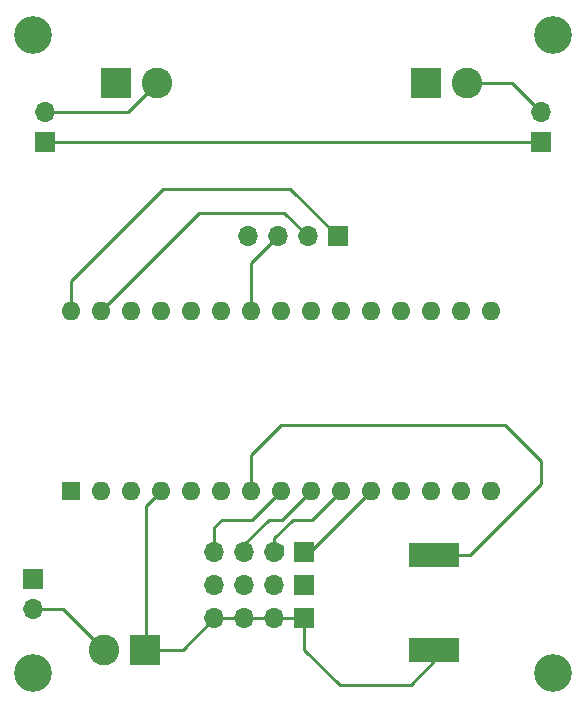
<source format=gbr>
%TF.GenerationSoftware,KiCad,Pcbnew,(6.0.1)*%
%TF.CreationDate,2022-02-20T19:29:58+01:00*%
%TF.ProjectId,NANOFC,4e414e4f-4643-42e6-9b69-6361645f7063,rev?*%
%TF.SameCoordinates,Original*%
%TF.FileFunction,Copper,L1,Top*%
%TF.FilePolarity,Positive*%
%FSLAX46Y46*%
G04 Gerber Fmt 4.6, Leading zero omitted, Abs format (unit mm)*
G04 Created by KiCad (PCBNEW (6.0.1)) date 2022-02-20 19:29:58*
%MOMM*%
%LPD*%
G01*
G04 APERTURE LIST*
%TA.AperFunction,ComponentPad*%
%ADD10R,2.600000X2.600000*%
%TD*%
%TA.AperFunction,ComponentPad*%
%ADD11C,2.600000*%
%TD*%
%TA.AperFunction,ComponentPad*%
%ADD12R,1.700000X1.700000*%
%TD*%
%TA.AperFunction,ComponentPad*%
%ADD13O,1.700000X1.700000*%
%TD*%
%TA.AperFunction,SMDPad,CuDef*%
%ADD14R,4.200000X2.000000*%
%TD*%
%TA.AperFunction,ComponentPad*%
%ADD15R,1.600000X1.600000*%
%TD*%
%TA.AperFunction,ComponentPad*%
%ADD16O,1.600000X1.600000*%
%TD*%
%TA.AperFunction,ViaPad*%
%ADD17C,3.200000*%
%TD*%
%TA.AperFunction,Conductor*%
%ADD18C,0.250000*%
%TD*%
G04 APERTURE END LIST*
D10*
%TO.P,Pyro 2,1,Pin_1*%
%TO.N,Net-(J4-Pad1)*%
X160000000Y-67000000D03*
D11*
%TO.P,Pyro 2,2,Pin_2*%
%TO.N,Net-(J10-Pad2)*%
X163500000Y-67000000D03*
%TD*%
D12*
%TO.P,Master Arm,1,Pin_1*%
%TO.N,+BATT*%
X153000000Y-109000000D03*
D13*
%TO.P,Master Arm,2,Pin_2*%
%TO.N,Net-(J1-Pad2)*%
X153000000Y-111540000D03*
%TD*%
D14*
%TO.P,BZ1,1,-*%
%TO.N,Buzzer*%
X187000000Y-107000000D03*
%TO.P,BZ1,2,+*%
%TO.N,GND*%
X187000000Y-115000000D03*
%TD*%
D12*
%TO.P,J3,1,Pin_1*%
%TO.N,3.3v*%
X178800000Y-80000000D03*
D13*
%TO.P,J3,2,Pin_2*%
%TO.N,GND*%
X176260000Y-80000000D03*
%TO.P,J3,3,Pin_3*%
%TO.N,SCL*%
X173720000Y-80000000D03*
%TO.P,J3,4,Pin_4*%
%TO.N,SDA*%
X171180000Y-80000000D03*
%TD*%
D12*
%TO.P,GND,1,Pin_1*%
%TO.N,GND*%
X176000000Y-112300000D03*
D13*
%TO.P,GND,2,Pin_2*%
X173460000Y-112300000D03*
%TO.P,GND,3,Pin_3*%
X170920000Y-112300000D03*
%TO.P,GND,4,Pin_4*%
X168380000Y-112300000D03*
%TD*%
D15*
%TO.P,A1,1,D1/TX*%
%TO.N,unconnected-(A1-Pad1)*%
X156210000Y-101590000D03*
D16*
%TO.P,A1,2,D0/RX*%
%TO.N,unconnected-(A1-Pad2)*%
X158750000Y-101590000D03*
%TO.P,A1,3,~{RESET}*%
%TO.N,unconnected-(A1-Pad3)*%
X161290000Y-101590000D03*
%TO.P,A1,4,GND*%
%TO.N,GND*%
X163830000Y-101590000D03*
%TO.P,A1,5,D2*%
%TO.N,Pyro_1*%
X166370000Y-101590000D03*
%TO.P,A1,6,D3*%
%TO.N,Pyro_2*%
X168910000Y-101590000D03*
%TO.P,A1,7,D4*%
%TO.N,Buzzer*%
X171450000Y-101590000D03*
%TO.P,A1,8,D5*%
%TO.N,Servo_1*%
X173990000Y-101590000D03*
%TO.P,A1,9,D6*%
%TO.N,Servo_2*%
X176530000Y-101590000D03*
%TO.P,A1,10,D7*%
%TO.N,Servo_3*%
X179070000Y-101590000D03*
%TO.P,A1,11,D8*%
%TO.N,Servo_4*%
X181610000Y-101590000D03*
%TO.P,A1,12,D9*%
%TO.N,CS*%
X184150000Y-101590000D03*
%TO.P,A1,13,D10*%
%TO.N,unconnected-(A1-Pad13)*%
X186690000Y-101590000D03*
%TO.P,A1,14,D11*%
%TO.N,MOSI*%
X189230000Y-101590000D03*
%TO.P,A1,15,D12*%
%TO.N,MISO*%
X191770000Y-101590000D03*
%TO.P,A1,16,D13*%
%TO.N,SCK*%
X191770000Y-86350000D03*
%TO.P,A1,17,3V3*%
%TO.N,unconnected-(A1-Pad17)*%
X189230000Y-86350000D03*
%TO.P,A1,18,AREF*%
%TO.N,unconnected-(A1-Pad18)*%
X186690000Y-86350000D03*
%TO.P,A1,19,A0*%
%TO.N,unconnected-(A1-Pad19)*%
X184150000Y-86350000D03*
%TO.P,A1,20,A1*%
%TO.N,unconnected-(A1-Pad20)*%
X181610000Y-86350000D03*
%TO.P,A1,21,A2*%
%TO.N,unconnected-(A1-Pad21)*%
X179070000Y-86350000D03*
%TO.P,A1,22,A3*%
%TO.N,unconnected-(A1-Pad22)*%
X176530000Y-86350000D03*
%TO.P,A1,23,A4*%
%TO.N,SDA*%
X173990000Y-86350000D03*
%TO.P,A1,24,A5*%
%TO.N,SCL*%
X171450000Y-86350000D03*
%TO.P,A1,25,A6*%
%TO.N,unconnected-(A1-Pad25)*%
X168910000Y-86350000D03*
%TO.P,A1,26,A7*%
%TO.N,unconnected-(A1-Pad26)*%
X166370000Y-86350000D03*
%TO.P,A1,27,+5V*%
%TO.N,unconnected-(A1-Pad27)*%
X163830000Y-86350000D03*
%TO.P,A1,28,~{RESET}*%
%TO.N,unconnected-(A1-Pad28)*%
X161290000Y-86350000D03*
%TO.P,A1,29,GND*%
%TO.N,GND*%
X158750000Y-86350000D03*
%TO.P,A1,30,VIN*%
%TO.N,3.3v*%
X156210000Y-86350000D03*
%TD*%
D12*
%TO.P,P1 Arm,1,Pin_1*%
%TO.N,+BATT*%
X196000000Y-72000000D03*
D13*
%TO.P,P1 Arm,2,Pin_2*%
%TO.N,Net-(J2-Pad2)*%
X196000000Y-69460000D03*
%TD*%
D12*
%TO.P,V+,1,Pin_1*%
%TO.N,+BATT*%
X176000000Y-109500000D03*
D13*
%TO.P,V+,2,Pin_2*%
X173460000Y-109500000D03*
%TO.P,V+,3,Pin_3*%
X170920000Y-109500000D03*
%TO.P,V+,4,Pin_4*%
X168380000Y-109500000D03*
%TD*%
D10*
%TO.P,Pyro 1,1,Pin_1*%
%TO.N,Net-(J2-Pad1)*%
X186250000Y-67000000D03*
D11*
%TO.P,Pyro 1,2,Pin_2*%
%TO.N,Net-(J2-Pad2)*%
X189750000Y-67000000D03*
%TD*%
D10*
%TO.P,Power in,1,Pin_1*%
%TO.N,GND*%
X162500000Y-115000000D03*
D11*
%TO.P,Power in,2,Pin_2*%
%TO.N,Net-(J1-Pad2)*%
X159000000Y-115000000D03*
%TD*%
D12*
%TO.P,P2 Arm,1,Pin_1*%
%TO.N,+BATT*%
X154000000Y-72000000D03*
D13*
%TO.P,P2 Arm,2,Pin_2*%
%TO.N,Net-(J10-Pad2)*%
X154000000Y-69460000D03*
%TD*%
D12*
%TO.P,SIG,1,Pin_1*%
%TO.N,Servo_4*%
X176000000Y-106700000D03*
D13*
%TO.P,SIG,2,Pin_2*%
%TO.N,Servo_3*%
X173460000Y-106700000D03*
%TO.P,SIG,3,Pin_3*%
%TO.N,Servo_2*%
X170920000Y-106700000D03*
%TO.P,SIG,4,Pin_4*%
%TO.N,Servo_1*%
X168380000Y-106700000D03*
%TD*%
D17*
%TO.N,*%
X153000000Y-117000000D03*
X197000000Y-117000000D03*
X153000000Y-63000000D03*
X197000000Y-63000000D03*
%TD*%
D18*
%TO.N,GND*%
X167100000Y-78000000D02*
X158750000Y-86350000D01*
X162500000Y-115000000D02*
X165680000Y-115000000D01*
X162560000Y-112455000D02*
X162560000Y-115560000D01*
X162560000Y-112455000D02*
X162560000Y-102860000D01*
X176000000Y-112300000D02*
X176000000Y-115000000D01*
X176260000Y-80000000D02*
X174260000Y-78000000D01*
X173460000Y-112300000D02*
X176000000Y-112300000D01*
X174260000Y-78000000D02*
X167100000Y-78000000D01*
X168380000Y-112300000D02*
X170920000Y-112300000D01*
X162560000Y-102860000D02*
X163830000Y-101590000D01*
X187000000Y-116000000D02*
X187000000Y-115000000D01*
X185000000Y-118000000D02*
X187000000Y-116000000D01*
X170920000Y-112300000D02*
X173460000Y-112300000D01*
X179000000Y-118000000D02*
X185000000Y-118000000D01*
X165680000Y-115000000D02*
X168380000Y-112300000D01*
X176000000Y-115000000D02*
X179000000Y-118000000D01*
%TO.N,Buzzer*%
X193000000Y-96000000D02*
X174000000Y-96000000D01*
X174000000Y-96000000D02*
X171450000Y-98550000D01*
X171450000Y-98550000D02*
X171450000Y-101590000D01*
X196000000Y-99000000D02*
X193000000Y-96000000D01*
X187000000Y-107000000D02*
X190000000Y-107000000D01*
X190000000Y-107000000D02*
X196000000Y-101000000D01*
X196000000Y-101000000D02*
X196000000Y-99000000D01*
%TO.N,SCL*%
X171450000Y-82270000D02*
X173720000Y-80000000D01*
X171450000Y-86350000D02*
X171450000Y-82270000D01*
%TO.N,3.3v*%
X156210000Y-83790000D02*
X156210000Y-86350000D01*
X174800000Y-76000000D02*
X164000000Y-76000000D01*
X164000000Y-76000000D02*
X156210000Y-83790000D01*
X178800000Y-80000000D02*
X174800000Y-76000000D01*
%TO.N,+BATT*%
X154000000Y-72000000D02*
X196000000Y-72000000D01*
%TO.N,Servo_1*%
X173990000Y-101590000D02*
X171580000Y-104000000D01*
X171580000Y-104000000D02*
X169000000Y-104000000D01*
X169000000Y-104000000D02*
X168380000Y-104620000D01*
X173990000Y-101580000D02*
X173990000Y-102010000D01*
X168380000Y-104620000D02*
X168380000Y-106700000D01*
%TO.N,Servo_2*%
X174120000Y-104000000D02*
X173000000Y-104000000D01*
X170920000Y-106080000D02*
X170920000Y-106700000D01*
X173000000Y-104000000D02*
X170920000Y-106080000D01*
X176530000Y-101590000D02*
X174120000Y-104000000D01*
%TO.N,Servo_3*%
X175000000Y-104000000D02*
X173460000Y-105540000D01*
X174100000Y-106200000D02*
X174100000Y-106960000D01*
X173460000Y-105540000D02*
X173460000Y-106700000D01*
X176660000Y-104000000D02*
X175000000Y-104000000D01*
X179070000Y-101590000D02*
X176660000Y-104000000D01*
%TO.N,Servo_4*%
X181610000Y-101590000D02*
X176500000Y-106700000D01*
X176500000Y-106700000D02*
X176000000Y-106700000D01*
%TO.N,Net-(J1-Pad2)*%
X153000000Y-111540000D02*
X155540000Y-111540000D01*
X155540000Y-111540000D02*
X159000000Y-115000000D01*
%TO.N,Net-(J2-Pad2)*%
X196000000Y-69460000D02*
X193540000Y-67000000D01*
X193540000Y-67000000D02*
X189750000Y-67000000D01*
%TO.N,Net-(J10-Pad2)*%
X154000000Y-69460000D02*
X161040000Y-69460000D01*
X161040000Y-69460000D02*
X163500000Y-67000000D01*
%TD*%
M02*

</source>
